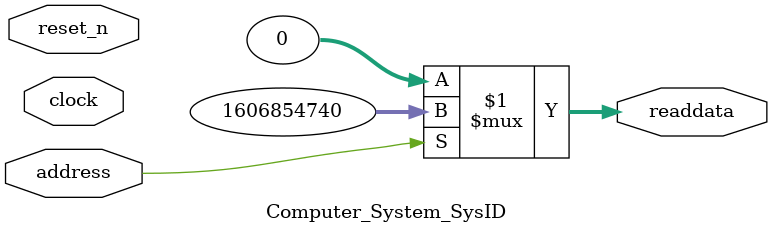
<source format=v>



// synthesis translate_off
`timescale 1ns / 1ps
// synthesis translate_on

// turn off superfluous verilog processor warnings 
// altera message_level Level1 
// altera message_off 10034 10035 10036 10037 10230 10240 10030 

module Computer_System_SysID (
               // inputs:
                address,
                clock,
                reset_n,

               // outputs:
                readdata
             )
;

  output  [ 31: 0] readdata;
  input            address;
  input            clock;
  input            reset_n;

  wire    [ 31: 0] readdata;
  //control_slave, which is an e_avalon_slave
  assign readdata = address ? 1606854740 : 0;

endmodule



</source>
